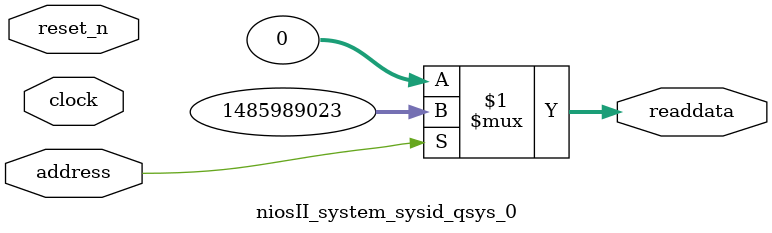
<source format=v>

`timescale 1ns / 1ps
// synthesis translate_on

// turn off superfluous verilog processor warnings 
// altera message_level Level1 
// altera message_off 10034 10035 10036 10037 10230 10240 10030 

module niosII_system_sysid_qsys_0 (
               // inputs:
                address,
                clock,
                reset_n,

               // outputs:
                readdata
             )
;

  output  [ 31: 0] readdata;
  input            address;
  input            clock;
  input            reset_n;

  wire    [ 31: 0] readdata;
  //control_slave, which is an e_avalon_slave
  assign readdata = address ? 1485989023 : 0;

endmodule




</source>
